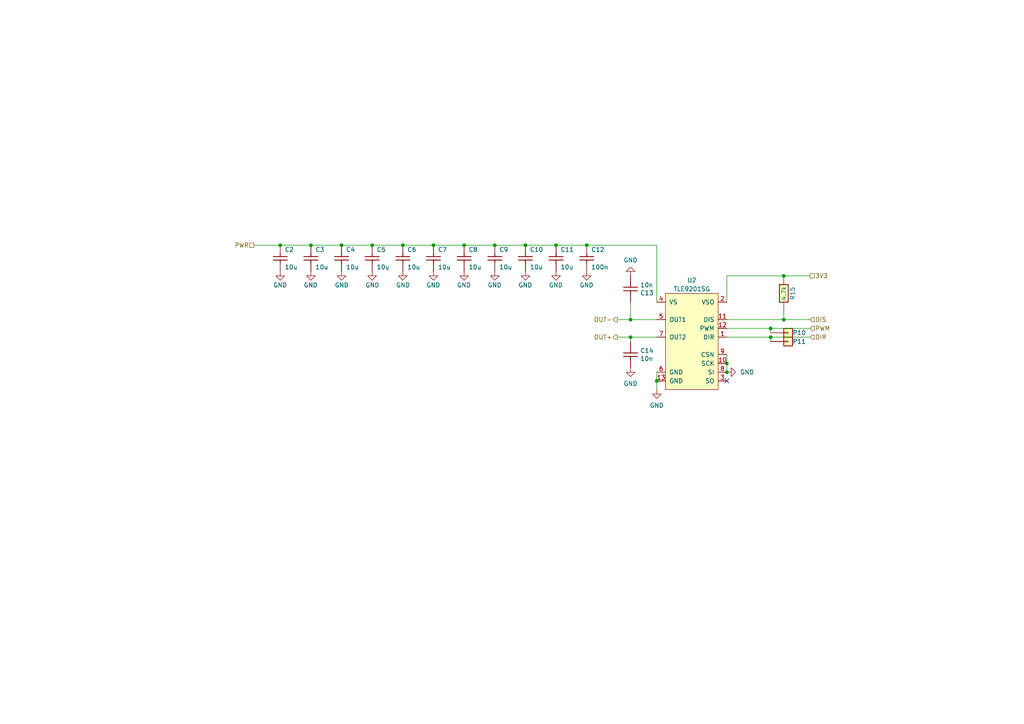
<source format=kicad_sch>
(kicad_sch (version 20231120) (generator "eeschema") (generator_version "8.0")
  (paper "A4")
  (lib_symbols
    (symbol "chips:TLE9201SG" (pin_names (offset 1.016))
      (property "Reference" "U" (at -1.27 3.81 0))
      (property "Value" "TLE9201SG" (at 2.54 1.27 0))
      (symbol "TLE9201SG_0_1"
        (rectangle (start -2.54 0) (end 12.7 -27.94) (fill (type background)))
      )
      (symbol "TLE9201SG_1_1"
        (pin passive line (at -5.08 -12.7 0) (length 2.54) (name "DIR") (number "1"))
        (pin passive line (at -5.08 -20.32 0) (length 2.54) (name "SCK") (number "10"))
        (pin passive line (at -5.08 -7.62 0) (length 2.54) (name "DIS") (number "11"))
        (pin passive line (at -5.08 -10.16 0) (length 2.54) (name "PWM") (number "12"))
        (pin passive line (at 15.24 -25.4 180) (length 2.54) (name "GND") (number "13"))
        (pin passive line (at -5.08 -2.54 0) (length 2.54) (name "VSO") (number "2"))
        (pin passive line (at -5.08 -25.4 0) (length 2.54) (name "SO") (number "3"))
        (pin passive line (at 15.24 -2.54 180) (length 2.54) (name "VS") (number "4"))
        (pin passive line (at 15.24 -7.62 180) (length 2.54) (name "OUT1") (number "5"))
        (pin passive line (at 15.24 -22.86 180) (length 2.54) (name "GND") (number "6"))
        (pin passive line (at 15.24 -12.7 180) (length 2.54) (name "OUT2") (number "7"))
        (pin passive line (at -5.08 -22.86 0) (length 2.54) (name "SI") (number "8"))
        (pin passive line (at -5.08 -17.78 0) (length 2.54) (name "CSN") (number "9"))
      )
    )
    (symbol "hellen-one-common:Cap" (pin_numbers hide)
      (property "Reference" "C" (at -3.81 2.54 0))
      (property "Value" "Cap" (at -2.54 -1.27 0))
      (symbol "Cap_1_0"
        (polyline (pts (xy -1.27 0) (xy -0.508 0)) (stroke (width 0.254)))
        (polyline (pts (xy -0.508 -2.032) (xy -0.508 2.032)) (stroke (width 0.254)))
        (polyline (pts (xy 0.508 2.032) (xy 0.508 -2.032)) (stroke (width 0.254)))
        (polyline (pts (xy 1.27 0) (xy 0.508 0)) (stroke (width 0.254)))
        (pin passive line (at -3.81 0 0) (length 2.54) (name "") (number "1"))
        (pin passive line (at 3.81 0 180) (length 2.54) (name "") (number "2"))
      )
    )
    (symbol "hellen-one-common:Pad" (pin_numbers hide) (pin_names (offset 1.016) hide)
      (property "Reference" "P" (at 2.54 0 0))
      (symbol "Pad_1_1"
        (rectangle (start -1.27 0.127) (end 0 -0.127) (stroke (width 0.1524)))
        (rectangle (start -1.27 1.27) (end 1.27 -1.27) (stroke (width 0.254)) (fill (type background)))
        (pin passive line (at -5.08 0 0) (length 3.81) (name "Pin_1") (number "1"))
      )
    )
    (symbol "hellen-one-common:Res" (pin_numbers hide)
      (property "Reference" "R" (at 3.81 2.54 0))
      (property "Value" "Res" (at 5.08 -2.54 0))
      (symbol "Res_1_0"
        (rectangle (start 2.54 -1.27) (end 7.62 1.27) (stroke (width 0.254)) (fill (type background)))
        (pin passive line (at 0 0 0) (length 2.54) (name "") (number "1"))
        (pin passive line (at 10.16 0 180) (length 2.54) (name "") (number "2"))
      )
    )
    (symbol "power:GND" (power) (pin_numbers hide) (pin_names (offset 0) hide)
      (property "Value" "GND" (at 0 -3.81 0))
      (symbol "GND_0_1"
        (polyline (pts (xy 0 0) (xy 0 -1.27) (xy 1.27 -1.27) (xy 0 -2.54) (xy -1.27 -1.27) (xy 0 -1.27)))
      )
      (symbol "GND_1_1"
        (pin power_in line (at 0 0 270) (length 0) (name "~") (number "1"))
      )
    )
  )
  (junction (at 210.82 105.41))
  (junction (at 210.82 107.95))
  (junction (at 223.52 95.25))
  (junction (at 81.28 71.12))
  (junction (at 107.95 71.12))
  (junction (at 90.17 71.12))
  (junction (at 182.88 92.71))
  (junction (at 227.33 92.71))
  (junction (at 125.73 71.12))
  (junction (at 227.33 80.01))
  (junction (at 182.88 97.79))
  (junction (at 223.52 97.79))
  (junction (at 134.62 71.12))
  (junction (at 161.29 71.12))
  (junction (at 99.06 71.12))
  (junction (at 170.18 71.12))
  (junction (at 152.4 71.12))
  (junction (at 190.5 110.49))
  (junction (at 116.84 71.12))
  (junction (at 143.51 71.12))
  (no_connect (at 210.82 110.49))
  (wire (pts (xy 210.82 80.01) (xy 227.33 80.01)))
  (wire (pts (xy 190.5 71.12) (xy 190.5 87.63)))
  (wire (pts (xy 210.82 107.95) (xy 210.82 105.41)))
  (wire (pts (xy 90.17 71.12) (xy 99.06 71.12)))
  (wire (pts (xy 223.52 97.79) (xy 223.52 99.06)))
  (wire (pts (xy 210.82 97.79) (xy 223.52 97.79)))
  (wire (pts (xy 179.07 97.79) (xy 182.88 97.79)))
  (wire (pts (xy 99.06 71.12) (xy 107.95 71.12)))
  (wire (pts (xy 170.18 71.12) (xy 190.5 71.12)))
  (wire (pts (xy 210.82 105.41) (xy 210.82 102.87)))
  (wire (pts (xy 182.88 97.79) (xy 182.88 99.06)))
  (wire (pts (xy 223.52 95.25) (xy 234.95 95.25)))
  (wire (pts (xy 223.52 95.25) (xy 223.52 96.52)))
  (wire (pts (xy 161.29 71.12) (xy 170.18 71.12)))
  (wire (pts (xy 116.84 71.12) (xy 125.73 71.12)))
  (wire (pts (xy 210.82 87.63) (xy 210.82 80.01)))
  (wire (pts (xy 152.4 71.12) (xy 161.29 71.12)))
  (wire (pts (xy 182.88 97.79) (xy 190.5 97.79)))
  (wire (pts (xy 210.82 95.25) (xy 223.52 95.25)))
  (wire (pts (xy 73.66 71.12) (xy 81.28 71.12)))
  (wire (pts (xy 190.5 107.95) (xy 190.5 110.49)))
  (wire (pts (xy 182.88 92.71) (xy 182.88 87.63)))
  (wire (pts (xy 81.28 71.12) (xy 90.17 71.12)))
  (wire (pts (xy 227.33 90.17) (xy 227.33 92.71)))
  (wire (pts (xy 190.5 110.49) (xy 190.5 113.03)))
  (wire (pts (xy 227.33 92.71) (xy 234.95 92.71)))
  (wire (pts (xy 107.95 71.12) (xy 116.84 71.12)))
  (wire (pts (xy 223.52 97.79) (xy 234.95 97.79)))
  (wire (pts (xy 227.33 80.01) (xy 234.95 80.01)))
  (wire (pts (xy 210.82 92.71) (xy 227.33 92.71)))
  (wire (pts (xy 182.88 92.71) (xy 179.07 92.71)))
  (wire (pts (xy 134.62 71.12) (xy 143.51 71.12)))
  (wire (pts (xy 125.73 71.12) (xy 134.62 71.12)))
  (wire (pts (xy 143.51 71.12) (xy 152.4 71.12)))
  (wire (pts (xy 190.5 92.71) (xy 182.88 92.71)))
  (hierarchical_label "OUT-" (shape output) (at 179.07 92.71 180))
  (hierarchical_label "DIS" (shape input) (at 234.95 92.71 0))
  (hierarchical_label "DIR" (shape input) (at 234.95 97.79 0))
  (hierarchical_label "PWM" (shape input) (at 234.95 95.25 0))
  (hierarchical_label "OUT+" (shape output) (at 179.07 97.79 180))
  (hierarchical_label "3V3" (shape passive) (at 234.95 80.01 0))
  (hierarchical_label "PWR" (shape passive) (at 73.66 71.12 180))
  (symbol (lib_id "power:GND") (at 125.73 78.74 0) (mirror y) (unit 1)
    (property "Reference" "#PWR082" (effects (hide yes)))
    (property "Value" "GND" (at 125.6792 82.6834 0))
    (property "Description" "Power symbol creates a global label with name \"GND\" , ground" (effects (hide yes)))
    (instances (project "hellen121vag" (path "" (reference "#PWR082") (unit 1)) (path "" (reference "#PWR097") (unit 1))))
  )
  (symbol (lib_id "hellen-one-common:Res") (at 227.33 90.17 90) (unit 1)
    (property "Reference" "R15" (at 229.87 85.09 0))
    (property "Value" "4.7k" (at 227.33 85.09 0))
    (property "Footprint" "hellen-one-common:R0603" (effects (hide yes)))
    (property "LCSC" "C23162" (effects (hide yes)))
    (instances (project "hellen121vag" (path "" (reference "R15") (unit 1)) (path "" (reference "R16") (unit 1))))
  )
  (symbol (lib_id "power:GND") (at 182.88 80.01 180) (unit 1)
    (property "Reference" "#PWR088" (effects (hide yes)))
    (property "Value" "GND" (at 182.88 75.4475 0))
    (property "Description" "Power symbol creates a global label with name \"GND\" , ground" (effects (hide yes)))
    (instances (project "hellen121vag" (path "" (reference "#PWR088") (unit 1)) (path "" (reference "#PWR0103") (unit 1))))
  )
  (symbol (lib_id "chips:TLE9201SG") (at 205.74 85.09 0) (mirror y) (unit 1)
    (property "Reference" "U2" (at 200.66 81.28 0))
    (property "Value" "TLE9201SG" (at 200.66 83.82 0))
    (property "Footprint" "Package_SO:Infineon_PG-DSO-12-11" (effects (hide yes)))
    (property "LCSC" "C112633" (effects (hide yes)))
    (instances (project "hellen121vag" (path "" (reference "U2") (unit 1)) (path "" (reference "U3") (unit 1))))
  )
  (symbol (lib_id "power:GND") (at 107.95 78.74 0) (unit 1)
    (property "Reference" "#PWR080" (effects (hide yes)))
    (property "Value" "GND" (at 108.0008 82.6834 0))
    (property "Description" "Power symbol creates a global label with name \"GND\" , ground" (effects (hide yes)))
    (instances (project "hellen121vag" (path "" (reference "#PWR080") (unit 1)) (path "" (reference "#PWR095") (unit 1))))
  )
  (symbol (lib_id "power:GND") (at 81.28 78.74 0) (mirror y) (unit 1)
    (property "Reference" "#PWR077" (effects (hide yes)))
    (property "Value" "GND" (at 81.2292 82.6834 0))
    (property "Description" "Power symbol creates a global label with name \"GND\" , ground" (effects (hide yes)))
    (instances (project "hellen121vag" (path "" (reference "#PWR077") (unit 1)) (path "" (reference "#PWR092") (unit 1))))
  )
  (symbol (lib_id "hellen-one-common:Cap") (at 107.95 74.93 90) (unit 1)
    (property "Reference" "C5" (at 109.22 72.39 90) (effects (justify right)))
    (property "Value" "10u" (at 109.22 77.47 90) (effects (justify right)))
    (property "Footprint" "hellen-one-common:C0805" (effects (hide yes)))
    (property "LCSC" "C15850" (effects (hide yes)))
    (instances (project "hellen121vag" (path "" (reference "C5") (unit 1)) (path "" (reference "C18") (unit 1))))
  )
  (symbol (lib_id "power:GND") (at 210.82 107.95 90) (mirror x) (unit 1)
    (property "Reference" "#PWR091" (effects (hide yes)))
    (property "Value" "GND" (at 214.63 107.9499 90) (effects (justify right)))
    (property "Description" "Power symbol creates a global label with name \"GND\" , ground" (effects (hide yes)))
    (instances (project "hellen121vag" (path "" (reference "#PWR091") (unit 1)) (path "" (reference "#PWR0106") (unit 1))))
  )
  (symbol (lib_id "hellen-one-common:Cap") (at 143.51 74.93 90) (unit 1)
    (property "Reference" "C9" (at 144.78 72.39 90) (effects (justify right)))
    (property "Value" "10u" (at 144.78 77.47 90) (effects (justify right)))
    (property "Footprint" "hellen-one-common:C0805" (effects (hide yes)))
    (property "LCSC" "C15850" (effects (hide yes)))
    (instances (project "hellen121vag" (path "" (reference "C9") (unit 1)) (path "" (reference "C22") (unit 1))))
  )
  (symbol (lib_id "hellen-one-common:Cap") (at 161.29 74.93 90) (unit 1)
    (property "Reference" "C11" (at 162.56 72.39 90) (effects (justify right)))
    (property "Value" "10u" (at 162.56 77.47 90) (effects (justify right)))
    (property "Footprint" "hellen-one-common:C0805" (effects (hide yes)))
    (property "LCSC" "C15850" (effects (hide yes)))
    (instances (project "hellen121vag" (path "" (reference "C11") (unit 1)) (path "" (reference "C24") (unit 1))))
  )
  (symbol (lib_id "power:GND") (at 170.18 78.74 0) (mirror y) (unit 1)
    (property "Reference" "#PWR087" (effects (hide yes)))
    (property "Value" "GND" (at 170.1292 82.6834 0))
    (property "Description" "Power symbol creates a global label with name \"GND\" , ground" (effects (hide yes)))
    (instances (project "hellen121vag" (path "" (reference "#PWR087") (unit 1)) (path "" (reference "#PWR0102") (unit 1))))
  )
  (symbol (lib_id "hellen-one-common:Cap") (at 116.84 74.93 90) (unit 1)
    (property "Reference" "C6" (at 118.11 72.39 90) (effects (justify right)))
    (property "Value" "10u" (at 118.11 77.47 90) (effects (justify right)))
    (property "Footprint" "hellen-one-common:C0805" (effects (hide yes)))
    (property "LCSC" "C15850" (effects (hide yes)))
    (instances (project "hellen121vag" (path "" (reference "C6") (unit 1)) (path "" (reference "C19") (unit 1))))
  )
  (symbol (lib_id "hellen-one-common:Cap") (at 170.18 74.93 90) (unit 1)
    (property "Reference" "C12" (at 171.45 72.39 90) (effects (justify right)))
    (property "Value" "100n" (at 171.45 77.47 90) (effects (justify right)))
    (property "Footprint" "hellen-one-common:C0603" (effects (hide yes)))
    (property "LCSC" "C14663" (effects (hide yes)))
    (instances (project "hellen121vag" (path "" (reference "C12") (unit 1)) (path "" (reference "C25") (unit 1))))
  )
  (symbol (lib_id "power:GND") (at 190.5 113.03 0) (mirror y) (unit 1)
    (property "Reference" "#PWR090" (effects (hide yes)))
    (property "Value" "GND" (at 190.5 117.5925 0))
    (property "Description" "Power symbol creates a global label with name \"GND\" , ground" (effects (hide yes)))
    (instances (project "hellen121vag" (path "" (reference "#PWR090") (unit 1)) (path "" (reference "#PWR0105") (unit 1))))
  )
  (symbol (lib_id "power:GND") (at 182.88 106.68 0) (mirror y) (unit 1)
    (property "Reference" "#PWR089" (effects (hide yes)))
    (property "Value" "GND" (at 182.88 111.2425 0))
    (property "Description" "Power symbol creates a global label with name \"GND\" , ground" (effects (hide yes)))
    (instances (project "hellen121vag" (path "" (reference "#PWR089") (unit 1)) (path "" (reference "#PWR0104") (unit 1))))
  )
  (symbol (lib_id "power:GND") (at 152.4 78.74 0) (mirror y) (unit 1)
    (property "Reference" "#PWR085" (effects (hide yes)))
    (property "Value" "GND" (at 152.3492 82.6834 0))
    (property "Description" "Power symbol creates a global label with name \"GND\" , ground" (effects (hide yes)))
    (instances (project "hellen121vag" (path "" (reference "#PWR085") (unit 1)) (path "" (reference "#PWR0100") (unit 1))))
  )
  (symbol (lib_id "power:GND") (at 99.06 78.74 0) (unit 1)
    (property "Reference" "#PWR079" (effects (hide yes)))
    (property "Value" "GND" (at 99.1108 82.6834 0))
    (property "Description" "Power symbol creates a global label with name \"GND\" , ground" (effects (hide yes)))
    (instances (project "hellen121vag" (path "" (reference "#PWR079") (unit 1)) (path "" (reference "#PWR094") (unit 1))))
  )
  (symbol (lib_id "hellen-one-common:Cap") (at 81.28 74.93 90) (unit 1)
    (property "Reference" "C2" (at 82.55 72.39 90) (effects (justify right)))
    (property "Value" "10u" (at 82.55 77.47 90) (effects (justify right)))
    (property "Footprint" "hellen-one-common:C0805" (effects (hide yes)))
    (property "LCSC" "C15850" (effects (hide yes)))
    (instances (project "hellen121vag" (path "" (reference "C2") (unit 1)) (path "" (reference "C15") (unit 1))))
  )
  (symbol (lib_id "hellen-one-common:Cap") (at 134.62 74.93 90) (unit 1)
    (property "Reference" "C8" (at 135.89 72.39 90) (effects (justify right)))
    (property "Value" "10u" (at 135.89 77.47 90) (effects (justify right)))
    (property "Footprint" "hellen-one-common:C0805" (effects (hide yes)))
    (property "LCSC" "C15850" (effects (hide yes)))
    (instances (project "hellen121vag" (path "" (reference "C8") (unit 1)) (path "" (reference "C21") (unit 1))))
  )
  (symbol (lib_id "hellen-one-common:Cap") (at 152.4 74.93 90) (unit 1)
    (property "Reference" "C10" (at 153.67 72.39 90) (effects (justify right)))
    (property "Value" "10u" (at 153.67 77.47 90) (effects (justify right)))
    (property "Footprint" "hellen-one-common:C0805" (effects (hide yes)))
    (property "LCSC" "C15850" (effects (hide yes)))
    (instances (project "hellen121vag" (path "" (reference "C10") (unit 1)) (path "" (reference "C23") (unit 1))))
  )
  (symbol (lib_id "power:GND") (at 90.17 78.74 0) (mirror y) (unit 1)
    (property "Reference" "#PWR078" (effects (hide yes)))
    (property "Value" "GND" (at 90.1192 82.6834 0))
    (property "Description" "Power symbol creates a global label with name \"GND\" , ground" (effects (hide yes)))
    (instances (project "hellen121vag" (path "" (reference "#PWR078") (unit 1)) (path "" (reference "#PWR093") (unit 1))))
  )
  (symbol (lib_id "hellen-one-common:Cap") (at 182.88 102.87 90) (unit 1)
    (property "Reference" "C14" (at 185.6741 101.7206 90) (effects (justify right)))
    (property "Value" "10n" (at 185.6741 104.0193 90) (effects (justify right)))
    (property "Footprint" "hellen-one-common:C0603" (effects (hide yes)))
    (property "LCSC" "C57112" (effects (hide yes)))
    (instances (project "hellen121vag" (path "" (reference "C14") (unit 1)) (path "" (reference "C27") (unit 1))))
  )
  (symbol (lib_id "power:GND") (at 161.29 78.74 0) (mirror y) (unit 1)
    (property "Reference" "#PWR086" (effects (hide yes)))
    (property "Value" "GND" (at 161.2392 82.6834 0))
    (property "Description" "Power symbol creates a global label with name \"GND\" , ground" (effects (hide yes)))
    (instances (project "hellen121vag" (path "" (reference "#PWR086") (unit 1)) (path "" (reference "#PWR0101") (unit 1))))
  )
  (symbol (lib_id "hellen-one-common:Cap") (at 125.73 74.93 90) (unit 1)
    (property "Reference" "C7" (at 127 72.39 90) (effects (justify right)))
    (property "Value" "10u" (at 127 77.47 90) (effects (justify right)))
    (property "Footprint" "hellen-one-common:C0805" (effects (hide yes)))
    (property "LCSC" "C15850" (effects (hide yes)))
    (instances (project "hellen121vag" (path "" (reference "C7") (unit 1)) (path "" (reference "C20") (unit 1))))
  )
  (symbol (lib_id "power:GND") (at 116.84 78.74 0) (unit 1)
    (property "Reference" "#PWR081" (effects (hide yes)))
    (property "Value" "GND" (at 116.8908 82.6834 0))
    (property "Description" "Power symbol creates a global label with name \"GND\" , ground" (effects (hide yes)))
    (instances (project "hellen121vag" (path "" (reference "#PWR081") (unit 1)) (path "" (reference "#PWR096") (unit 1))))
  )
  (symbol (lib_id "power:GND") (at 134.62 78.74 0) (mirror y) (unit 1)
    (property "Reference" "#PWR083" (effects (hide yes)))
    (property "Value" "GND" (at 134.5692 82.6834 0))
    (property "Description" "Power symbol creates a global label with name \"GND\" , ground" (effects (hide yes)))
    (instances (project "hellen121vag" (path "" (reference "#PWR083") (unit 1)) (path "" (reference "#PWR098") (unit 1))))
  )
  (symbol (lib_id "hellen-one-common:Cap") (at 90.17 74.93 90) (unit 1)
    (property "Reference" "C3" (at 91.44 72.39 90) (effects (justify right)))
    (property "Value" "10u" (at 91.44 77.47 90) (effects (justify right)))
    (property "Footprint" "hellen-one-common:C0805" (effects (hide yes)))
    (property "LCSC" "C15850" (effects (hide yes)))
    (instances (project "hellen121vag" (path "" (reference "C3") (unit 1)) (path "" (reference "C16") (unit 1))))
  )
  (symbol (lib_id "hellen-one-common:Pad") (at 228.6 99.06 0) (unit 1)
    (property "Reference" "P11" (at 229.87 99.06 0) (effects (justify left)))
    (property "Value" "Pad" (effects (hide yes)))
    (property "Footprint" "hellen-one-common:PAD-TH" (effects (hide yes)))
    (instances (project "hellen121vag" (path "" (reference "P11") (unit 1)) (path "" (reference "P13") (unit 1))))
  )
  (symbol (lib_id "hellen-one-common:Pad") (at 228.6 96.52 0) (unit 1)
    (property "Reference" "P10" (at 229.87 96.52 0) (effects (justify left)))
    (property "Value" "Pad" (effects (hide yes)))
    (property "Footprint" "hellen-one-common:PAD-TH" (effects (hide yes)))
    (instances (project "hellen121vag" (path "" (reference "P10") (unit 1)) (path "" (reference "P12") (unit 1))))
  )
  (symbol (lib_id "power:GND") (at 143.51 78.74 0) (mirror y) (unit 1)
    (property "Reference" "#PWR084" (effects (hide yes)))
    (property "Value" "GND" (at 143.4592 82.6834 0))
    (property "Description" "Power symbol creates a global label with name \"GND\" , ground" (effects (hide yes)))
    (instances (project "hellen121vag" (path "" (reference "#PWR084") (unit 1)) (path "" (reference "#PWR099") (unit 1))))
  )
  (symbol (lib_id "hellen-one-common:Cap") (at 99.06 74.93 90) (unit 1)
    (property "Reference" "C4" (at 100.33 72.39 90) (effects (justify right)))
    (property "Value" "10u" (at 100.33 77.47 90) (effects (justify right)))
    (property "Footprint" "hellen-one-common:C0805" (effects (hide yes)))
    (property "LCSC" "C15850" (effects (hide yes)))
    (instances (project "hellen121vag" (path "" (reference "C4") (unit 1)) (path "" (reference "C17") (unit 1))))
  )
  (symbol (lib_id "hellen-one-common:Cap") (at 182.88 83.82 90) (mirror x) (unit 1)
    (property "Reference" "C13" (at 185.6741 84.9694 90) (effects (justify right)))
    (property "Value" "10n" (at 185.6741 82.6707 90) (effects (justify right)))
    (property "Footprint" "hellen-one-common:C0603" (effects (hide yes)))
    (property "LCSC" "C57112" (effects (hide yes)))
    (instances (project "hellen121vag" (path "" (reference "C13") (unit 1)) (path "" (reference "C26") (unit 1))))
  )
)
</source>
